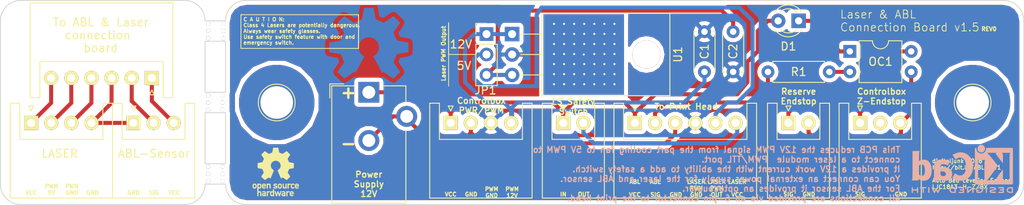
<source format=kicad_pcb>
(kicad_pcb (version 4) (host pcbnew 4.0.6)
  (title_block (title "ABL & Laser Connection Board") (date 2018-01-29) (rev 0) (company digitaljunk))
  (layers (0 F.Cu signal hide) (31 B.Cu signal) (34 B.Paste user) (35 F.Paste user) (36 B.SilkS user hide) (37 F.SilkS user) (38 B.Mask user) (39 F.Mask user) (44 Edge.Cuts user))
  (net 0 "")
  (net 1 "Net-(D1-Pad1)")
  (net 2 "Net-(D1-Pad2)")
  (net 3 "Net-(EndStopIN1-Pad1)")
  (net 4 "Net-(EndStopIN1-Pad2)")
  (net 5 "Net-(EndStopOut1-Pad2)")
  (net 6 "Net-(EXT_PWR_IN1-Pad2)")
  (net 7 "Net-(HEAD0-Pad2)")
  (net 8 "Net-(HEAD0-Pad6)")
  (net 9 "Net-(C1-Pad1)")
  (net 10 GND)
  (net 11 "Net-(C2-Pad2)")
  (net 12 "Net-(OC1-Pad2)")
  (net 13 "Net-(J1-Pad1)")
  (net 14 "Net-(J1-Pad2)")
  (net 15 "Net-(J1-Pad3)")
  (net 16 "Net-(J1-Pad4)")
  (net 17 "Net-(J2-Pad1)")
  (net 18 "Net-(J2-Pad2)")
  (net 19 "Net-(HEAD0-Pad5)")
  (module own:1pin (layer F.Cu) (at 107.569 110.49)
    (fp_text reference REF** hide)
    (fp_text value 1pin)
    (pad 1 thru_hole circle (at 0 0) (size 0.508 0.508) (drill 0.508) (layers *.Cu *.Mask))
  )
  (module own:1pin (layer F.Cu) (at 107.569 111.379)
    (fp_text reference REF** hide)
    (fp_text value 1pin)
    (pad 1 thru_hole circle (at 0 0) (size 0.508 0.508) (drill 0.508) (layers *.Cu *.Mask))
  )
  (module own:1pin (layer F.Cu) (at 107.569 109.601)
    (fp_text reference REF** hide)
    (fp_text value 1pin)
    (pad 1 thru_hole circle (at 0 0) (size 0.508 0.508) (drill 0.508) (layers *.Cu *.Mask))
  )
  (module own:1pin (layer F.Cu) (at 105.791 110.49)
    (fp_text reference REF** hide)
    (fp_text value 1pin)
    (pad 1 thru_hole circle (at 0 0) (size 0.508 0.508) (drill 0.508) (layers *.Cu *.Mask))
  )
  (module own:1pin (layer F.Cu) (at 105.791 111.379)
    (fp_text reference REF** hide)
    (fp_text value 1pin)
    (pad 1 thru_hole circle (at 0 0) (size 0.508 0.508) (drill 0.508) (layers *.Cu *.Mask))
  )
  (module own:1pin (layer F.Cu) (at 105.791 109.601)
    (fp_text reference REF** hide)
    (fp_text value 1pin)
    (pad 1 thru_hole circle (at 0 0) (size 0.508 0.508) (drill 0.508) (layers *.Cu *.Mask))
  )
  (module own:1pin (layer F.Cu) (at 105.791 119.38)
    (fp_text reference REF** hide)
    (fp_text value 1pin)
    (pad 1 thru_hole circle (at 0 0) (size 0.508 0.508) (drill 0.508) (layers *.Cu *.Mask))
  )
  (module own:1pin (layer F.Cu) (at 107.569 119.38)
    (fp_text reference REF** hide)
    (fp_text value 1pin)
    (pad 1 thru_hole circle (at 0 0) (size 0.508 0.508) (drill 0.508) (layers *.Cu *.Mask))
  )
  (module own:1pin (layer F.Cu) (at 107.569 120.269)
    (fp_text reference REF** hide)
    (fp_text value 1pin)
    (pad 1 thru_hole circle (at 0 0) (size 0.508 0.508) (drill 0.508) (layers *.Cu *.Mask))
  )
  (module own:1pin (layer F.Cu) (at 105.791 120.269)
    (fp_text reference REF** hide)
    (fp_text value 1pin)
    (pad 1 thru_hole circle (at 0 0) (size 0.508 0.508) (drill 0.508) (layers *.Cu *.Mask))
  )
  (module own:1pin (layer F.Cu) (at 107.569 118.491)
    (fp_text reference REF** hide)
    (fp_text value 1pin)
    (pad 1 thru_hole circle (at 0 0) (size 0.508 0.508) (drill 0.508) (layers *.Cu *.Mask))
  )
  (module own:1pin (layer F.Cu) (at 107.696 102.489)
    (fp_text reference REF** hide)
    (fp_text value 1pin)
    (pad 1 thru_hole circle (at 0 0) (size 0.508 0.508) (drill 0.508) (layers *.Cu *.Mask))
  )
  (module own:1pin (layer F.Cu) (at 107.696 101.6)
    (fp_text reference REF** hide)
    (fp_text value 1pin)
    (pad 1 thru_hole circle (at 0 0) (size 0.508 0.508) (drill 0.508) (layers *.Cu *.Mask))
  )
  (module own:1pin (layer F.Cu) (at 107.696 100.711)
    (fp_text reference REF** hide)
    (fp_text value 1pin)
    (pad 1 thru_hole circle (at 0 0) (size 0.508 0.508) (drill 0.508) (layers *.Cu *.Mask))
  )
  (module own:1pin (layer F.Cu) (at 105.791 101.6)
    (fp_text reference REF** hide)
    (fp_text value 1pin)
    (pad 1 thru_hole circle (at 0 0) (size 0.508 0.508) (drill 0.508) (layers *.Cu *.Mask))
  )
  (module own:1pin (layer F.Cu) (at 105.791 102.489)
    (fp_text reference REF** hide)
    (fp_text value 1pin)
    (pad 1 thru_hole circle (at 0 0) (size 0.508 0.508) (drill 0.508) (layers *.Cu *.Mask))
  )
  (module LEDs:LED_D3.0mm (layer F.Cu) (at 179.07 100.33 180)
    (fp_text reference D1 (at 1.27 -3.175 180) (layer F.SilkS))
    (fp_text value LED)
    (pad 1 thru_hole rect (at 0 0 180) (size 1.8 1.8) (drill 0.9) (layers *.Cu *.Mask) (net 1 "Net-(D1-Pad1)"))
    (pad 2 thru_hole circle (at 2.54 0 180) (size 1.8 1.8) (drill 0.9) (layers *.Cu *.Mask) (net 2 "Net-(D1-Pad2)"))
  )
  (module Connectors_JST:JST_XH_S02B-XH-A_02x2.50mm_Angled (layer F.Cu) (at 177.8 113.03)
    (fp_text reference EndStopIN1 hide)
    (fp_text value JST_XH_2)
    (pad 1 thru_hole rect (at 0 0) (size 1.75 1.75) (drill 1) (layers *.Cu *.Mask F.SilkS) (net 3 "Net-(EndStopIN1-Pad1)"))
    (pad 2 thru_hole circle (at 2.5 0) (size 1.75 1.75) (drill 1) (layers *.Cu *.Mask F.SilkS) (net 4 "Net-(EndStopIN1-Pad2)"))
  )
  (module Connectors_JST:JST_XH_S03B-XH-A_03x2.50mm_Angled (layer F.Cu) (at 186.69 113.03)
    (fp_text reference EndStopOut1 hide)
    (fp_text value JST_XH_3)
    (pad 1 thru_hole rect (at 0 0) (size 1.75 1.75) (drill 1) (layers *.Cu *.Mask F.SilkS) (net 3 "Net-(EndStopIN1-Pad1)"))
    (pad 2 thru_hole circle (at 2.5 0) (size 1.75 1.75) (drill 1) (layers *.Cu *.Mask F.SilkS) (net 5 "Net-(EndStopOut1-Pad2)"))
    (pad 3 thru_hole circle (at 5 0) (size 1.75 1.75) (drill 1) (layers *.Cu *.Mask F.SilkS) (net 4 "Net-(EndStopIN1-Pad2)"))
  )
  (module Housings_DIP:DIP-4_W7.62mm (layer F.Cu) (at 185.42 104.14)
    (fp_text reference OC1 (at 3.81 1.27) (layer F.SilkS))
    (fp_text value PC817)
    (pad 1 thru_hole rect (at 0 0) (size 1.6 1.6) (drill 0.8) (layers *.Cu *.Mask) (net 1 "Net-(D1-Pad1)"))
    (pad 3 thru_hole oval (at 7.62 2.54) (size 1.6 1.6) (drill 0.8) (layers *.Cu *.Mask) (net 4 "Net-(EndStopIN1-Pad2)"))
    (pad 2 thru_hole oval (at 0 2.54) (size 1.6 1.6) (drill 0.8) (layers *.Cu *.Mask) (net 12 "Net-(OC1-Pad2)"))
    (pad 4 thru_hole oval (at 7.62 0) (size 1.6 1.6) (drill 0.8) (layers *.Cu *.Mask) (net 3 "Net-(EndStopIN1-Pad1)"))
  )
  (module Resistors_THT:R_Axial_DIN0207_L6.3mm_D2.5mm_P7.62mm_Horizontal (layer F.Cu) (at 182.88 106.68 180)
    (fp_text reference R1 (at 3.81 0 180) (layer F.SilkS))
    (fp_text value 680Ω)
    (pad 1 thru_hole circle (at 0 0 180) (size 1.6 1.6) (drill 0.8) (layers *.Cu *.Mask) (net 12 "Net-(OC1-Pad2)"))
    (pad 2 thru_hole oval (at 7.62 0 180) (size 1.6 1.6) (drill 0.8) (layers *.Cu *.Mask) (net 7 "Net-(HEAD0-Pad2)"))
  )
  (module Connectors_JST:JST_XH_S04B-XH-A_04x2.50mm_Angled (layer F.Cu) (at 135.89 113.03)
    (fp_text reference PWM/PWR_IN1 hide)
    (fp_text value JST_XH_4)
    (pad 1 thru_hole rect (at 0 0) (size 1.75 1.75) (drill 1) (layers *.Cu *.Mask F.SilkS) (net 2 "Net-(D1-Pad2)"))
    (pad 2 thru_hole circle (at 2.5 0) (size 1.75 1.75) (drill 1) (layers *.Cu *.Mask F.SilkS) (net 6 "Net-(EXT_PWR_IN1-Pad2)"))
    (pad 3 thru_hole circle (at 5 0) (size 1.75 1.75) (drill 1) (layers *.Cu *.Mask F.SilkS) (net 10 GND))
    (pad 4 thru_hole circle (at 7.5 0) (size 1.75 1.75) (drill 1) (layers *.Cu *.Mask F.SilkS) (net 9 "Net-(C1-Pad1)"))
  )
  (module Symbols:OSHW-Logo_5.7x6mm_SilkScreen (layer F.Cu) (at 114.173 119.126)
    (fp_text reference REF*** hide)
    (fp_text value OSHW-Logo_5.7x6mm_SilkScreen hide)
  )
  (module Symbols:KiCad-Logo2_6mm_SilkScreen (layer B.Cu) (at 199.39 118.745 180)
    (fp_text reference REF*** hide)
    (fp_text value KiCad-Logo2_6mm_SilkScreen hide)
  )
  (module Connectors:1pin (layer F.Cu) (at 200.66 110.49)
    (fp_text reference REF** hide)
    (fp_text value 1pin)
    (pad 1 thru_hole circle (at 0 0) (size 9.348 9.348) (drill 4.048) (layers *.Cu *.Mask))
  )
  (module Connectors:1pin (layer F.Cu) (at 114.3 110.49)
    (fp_text reference REF** hide)
    (fp_text value 1pin)
    (pad 1 thru_hole circle (at 0 0) (size 9.364 9.364) (drill 4.048) (layers *.Cu *.Mask))
  )
  (module Connectors:Barrel_Jack_CUI_PJ-102AH (layer F.Cu) (at 125.73 109.22)
    (fp_text reference EXT_PWR_IN1 hide)
    (fp_text value BARREL_JACK)
    (pad 1 thru_hole rect (at 0 0) (size 2.6 2.6) (drill 1.6) (layers *.Cu *.Mask) (net 2 "Net-(D1-Pad2)"))
    (pad 2 thru_hole circle (at 0 6) (size 2.6 2.6) (drill 1.6) (layers *.Cu *.Mask) (net 6 "Net-(EXT_PWR_IN1-Pad2)"))
    (pad 3 thru_hole circle (at 4.7 3) (size 2.6 2.6) (drill 1.6) (layers *.Cu *.Mask) (net 6 "Net-(EXT_PWR_IN1-Pad2)"))
  )
  (module Connectors_JST:JST_XH_S06B-XH-A_06x2.50mm_Angled (layer F.Cu) (at 158.75 113.03)
    (fp_text reference HEAD0 hide)
    (fp_text value JST_XH_6)
    (pad 1 thru_hole rect (at 0 0) (size 1.75 1.75) (drill 1) (layers *.Cu *.Mask F.SilkS) (net 2 "Net-(D1-Pad2)"))
    (pad 2 thru_hole circle (at 2.5 0) (size 1.75 1.75) (drill 1) (layers *.Cu *.Mask F.SilkS) (net 7 "Net-(HEAD0-Pad2)"))
    (pad 3 thru_hole circle (at 5 0) (size 1.75 1.75) (drill 1) (layers *.Cu *.Mask F.SilkS) (net 6 "Net-(EXT_PWR_IN1-Pad2)"))
    (pad 4 thru_hole circle (at 7.5 0) (size 1.75 1.75) (drill 1) (layers *.Cu *.Mask F.SilkS) (net 10 GND))
    (pad 5 thru_hole circle (at 10 0) (size 1.75 1.75) (drill 1) (layers *.Cu *.Mask F.SilkS) (net 19 "Net-(HEAD0-Pad5)"))
    (pad 6 thru_hole circle (at 12.5 0) (size 1.75 1.75) (drill 1) (layers *.Cu *.Mask F.SilkS) (net 8 "Net-(HEAD0-Pad6)"))
  )
  (module Connectors_JST:JST_XH_S02B-XH-A_02x2.50mm_Angled (layer F.Cu) (at 149.86 113.03)
    (fp_text reference SAFETY_SW1 hide)
    (fp_text value JST_XH_2)
    (pad 1 thru_hole rect (at 0 0) (size 1.75 1.75) (drill 1) (layers *.Cu *.Mask F.SilkS) (net 2 "Net-(D1-Pad2)"))
    (pad 2 thru_hole circle (at 2.5 0) (size 1.75 1.75) (drill 1) (layers *.Cu *.Mask F.SilkS) (net 8 "Net-(HEAD0-Pad6)"))
  )
  (module Capacitors_THT:C_Disc_D5.0mm_W2.5mm_P5.00mm (layer F.Cu) (at 170.942 106.68 90)
    (fp_text reference C2 (at 2.54 0 90) (layer F.SilkS))
    (fp_text value 0.1µF)
    (pad 1 thru_hole circle (at 0 0 90) (size 1.6 1.6) (drill 0.8) (layers *.Cu *.Mask) (net 10 GND))
    (pad 2 thru_hole circle (at 5 0 90) (size 1.6 1.6) (drill 0.8) (layers *.Cu *.Mask) (net 11 "Net-(C2-Pad2)"))
  )
  (module Capacitors_THT:C_Disc_D5.0mm_W2.5mm_P5.00mm (layer F.Cu) (at 167.386 106.68 90)
    (fp_text reference C1 (at 2.54 0 90) (layer F.SilkS))
    (fp_text value 0.33µF)
    (pad 1 thru_hole circle (at 0 0 90) (size 1.6 1.6) (drill 0.8) (layers *.Cu *.Mask) (net 9 "Net-(C1-Pad1)"))
    (pad 2 thru_hole circle (at 5 0 90) (size 1.6 1.6) (drill 0.8) (layers *.Cu *.Mask) (net 10 GND))
  )
  (module oshw-logo-kicad-copper-10mm:OSHW_COPPER_10MM (layer B.Cu) (at 125.73 103.632 180)
    (fp_text reference OSHW_COPPER_10MM hide)
    (fp_text value VAL** hide)
    (pad "" smd trapezoid (at 0 4.1656) (size 1.45796 1.4986) (rect_delta 0 0.2794) (layers B.Cu B.Paste B.Mask))
    (pad "" smd trapezoid (at 2.94386 2.94386 45) (size 1.45796 1.4986) (rect_delta 0 0.2794) (layers B.Cu B.Paste B.Mask))
    (pad "" smd trapezoid (at 4.1656 0 90) (size 1.45796 1.4986) (rect_delta 0 0.2794) (layers B.Cu B.Paste B.Mask))
    (pad "" smd trapezoid (at 2.94386 -2.94386 135) (size 1.45796 1.4986) (rect_delta 0 0.2794) (layers B.Cu B.Paste B.Mask))
    (pad "" smd trapezoid (at -2.94386 2.94386 315) (size 1.45796 1.4986) (rect_delta 0 0.2794) (layers B.Cu B.Paste B.Mask))
    (pad "" smd trapezoid (at -4.1656 0 270) (size 1.45796 1.4986) (rect_delta 0 0.2794) (layers B.Cu B.Paste B.Mask))
    (pad "" smd trapezoid (at -2.94386 -2.94386 225) (size 1.45796 1.4986) (rect_delta 0 0.2794) (layers B.Cu B.Paste B.Mask))
    (pad "" smd trapezoid (at 0 2.39522) (size 1.08204 2.29108) (rect_delta 0 -0.41402) (layers B.Cu B.Paste B.Mask))
    (pad "" smd trapezoid (at -0.9144 2.21234 337.5) (size 1.08204 2.29108) (rect_delta 0 -0.41402) (layers B.Cu B.Paste B.Mask))
    (pad "" smd trapezoid (at 0.9144 2.21234 22.5) (size 1.08204 2.29108) (rect_delta 0 -0.41402) (layers B.Cu B.Paste B.Mask))
    (pad "" smd trapezoid (at 1.69164 1.69164 45) (size 1.08204 2.29108) (rect_delta 0 -0.41402) (layers B.Cu B.Paste B.Mask))
    (pad "" smd trapezoid (at -1.69164 1.69164 315) (size 1.08204 2.29108) (rect_delta 0 -0.41402) (layers B.Cu B.Paste B.Mask))
    (pad "" smd trapezoid (at 2.21234 0.9144 67.5) (size 1.08204 2.29108) (rect_delta 0 -0.41402) (layers B.Cu B.Paste B.Mask))
    (pad "" smd trapezoid (at -2.21234 0.9144 292.5) (size 1.08204 2.29108) (rect_delta 0 -0.41402) (layers B.Cu B.Paste B.Mask))
    (pad "" smd trapezoid (at 2.39522 0 90) (size 1.08204 2.29108) (rect_delta 0 -0.41402) (layers B.Cu B.Paste B.Mask))
    (pad "" smd trapezoid (at -2.39522 0 270) (size 1.08204 2.29108) (rect_delta 0 -0.41402) (layers B.Cu B.Paste B.Mask))
    (pad "" smd trapezoid (at -2.21234 -0.9144 247.5) (size 1.08204 2.29108) (rect_delta 0 -0.41402) (layers B.Cu B.Paste B.Mask))
    (pad "" smd trapezoid (at 2.21234 -0.9144 112.5) (size 1.08204 2.29108) (rect_delta 0 -0.41402) (layers B.Cu B.Paste B.Mask))
    (pad "" smd trapezoid (at 1.69164 -1.69164 135) (size 1.08204 2.29108) (rect_delta 0 -0.41402) (layers B.Cu B.Paste B.Mask))
    (pad "" smd trapezoid (at -1.69164 -1.69164 225) (size 1.08204 2.29108) (rect_delta 0 -0.41402) (layers B.Cu B.Paste B.Mask))
    (pad "" smd trapezoid (at -1.32842 -1.99136 213.7) (size 0.54102 2.29108) (rect_delta 0 -0.20828) (layers B.Cu B.Paste B.Mask))
    (pad "" smd trapezoid (at 1.32842 -1.99136 146.3) (size 0.54102 2.29108) (rect_delta 0 -0.20828) (layers B.Cu B.Paste B.Mask))
  )
  (module TO-220-3_Horizontal:TO-220-3_Horizontal_thermal (layer F.Cu) (at 143.51 101.981 270)
    (fp_text reference U1 (at 2.54 -20.58 270) (layer F.SilkS))
    (fp_text value LM7805CT)
    (pad 0 thru_hole oval (at 2.54 -16.66 270) (size 3.5 3.5) (drill 3.5) (layers *.Cu *.Mask))
    (pad 1 thru_hole rect (at 0 0 270) (size 1.8 1.8) (drill 1) (layers *.Cu *.Mask) (net 9 "Net-(C1-Pad1)"))
    (pad 2 thru_hole oval (at 2.54 0 270) (size 1.8 1.8) (drill 1) (layers *.Cu *.Mask) (net 10 GND))
    (pad 3 thru_hole oval (at 5.08 0 270) (size 1.8 1.8) (drill 1) (layers *.Cu *.Mask) (net 11 "Net-(C2-Pad2)"))
    (pad "" np_thru_hole rect (at 2.54 -8.89 270) (size 10 10) (drill 0.25) (layers *.Cu F.Mask))
    (pad A thru_hole circle (at -1.27 -12.7 270) (size 1 1) (drill 0.25) (layers *.Cu B.Mask))
    (pad 21 thru_hole circle (at -0.02 -12.7 270) (size 1 1) (drill 0.25) (layers *.Cu B.Mask))
    (pad 31 thru_hole circle (at 1.23 -12.7 270) (size 1 1) (drill 0.25) (layers *.Cu B.Mask))
    (pad 41 thru_hole circle (at 2.48 -12.7 270) (size 1 1) (drill 0.25) (layers *.Cu B.Mask))
    (pad 51 thru_hole circle (at 3.73 -12.7 270) (size 1 1) (drill 0.25) (layers *.Cu B.Mask))
    (pad 61 thru_hole circle (at 4.98 -12.7 270) (size 1 1) (drill 0.25) (layers *.Cu B.Mask))
    (pad 71 thru_hole circle (at 6.23 -12.7 270) (size 1 1) (drill 0.25) (layers *.Cu B.Mask))
    (pad 12 thru_hole circle (at -1.27 -11.45 270) (size 1 1) (drill 0.25) (layers *.Cu B.Mask))
    (pad 22 thru_hole circle (at -0.02 -11.45 270) (size 1 1) (drill 0.25) (layers *.Cu B.Mask))
    (pad 32 thru_hole circle (at 1.23 -11.45 270) (size 1 1) (drill 0.25) (layers *.Cu B.Mask))
    (pad 42 thru_hole circle (at 2.48 -11.45 270) (size 1 1) (drill 0.25) (layers *.Cu B.Mask))
    (pad 52 thru_hole circle (at 3.73 -11.45 270) (size 1 1) (drill 0.25) (layers *.Cu B.Mask))
    (pad 62 thru_hole circle (at 4.98 -11.45 270) (size 1 1) (drill 0.25) (layers *.Cu B.Mask))
    (pad 72 thru_hole circle (at 6.23 -11.45 270) (size 1 1) (drill 0.25) (layers *.Cu B.Mask))
    (pad 13 thru_hole circle (at -1.27 -10.2 270) (size 1 1) (drill 0.25) (layers *.Cu B.Mask))
    (pad 23 thru_hole circle (at -0.02 -10.2 270) (size 1 1) (drill 0.25) (layers *.Cu B.Mask))
    (pad 33 thru_hole circle (at 1.23 -10.2 270) (size 1 1) (drill 0.25) (layers *.Cu B.Mask))
    (pad 43 thru_hole circle (at 2.48 -10.2 270) (size 1 1) (drill 0.25) (layers *.Cu B.Mask))
    (pad 53 thru_hole circle (at 3.73 -10.2 270) (size 1 1) (drill 0.25) (layers *.Cu B.Mask))
    (pad 63 thru_hole circle (at 4.98 -10.2 270) (size 1 1) (drill 0.25) (layers *.Cu B.Mask))
    (pad 73 thru_hole circle (at 6.23 -10.2 270) (size 1 1) (drill 0.25) (layers *.Cu B.Mask))
    (pad 14 thru_hole circle (at -1.27 -8.95 270) (size 1 1) (drill 0.25) (layers *.Cu B.Mask))
    (pad 24 thru_hole circle (at -0.02 -8.95 270) (size 1 1) (drill 0.25) (layers *.Cu B.Mask))
    (pad 34 thru_hole circle (at 1.23 -8.95 270) (size 1 1) (drill 0.25) (layers *.Cu B.Mask))
    (pad 54 thru_hole circle (at 3.73 -8.95 270) (size 1 1) (drill 0.25) (layers *.Cu B.Mask))
    (pad 64 thru_hole circle (at 4.98 -8.95 270) (size 1 1) (drill 0.25) (layers *.Cu B.Mask))
    (pad 74 thru_hole circle (at 6.23 -8.95 270) (size 1 1) (drill 0.25) (layers *.Cu B.Mask))
    (pad 15 thru_hole circle (at -1.27 -7.7 270) (size 1 1) (drill 0.25) (layers *.Cu B.Mask))
    (pad 25 thru_hole circle (at -0.02 -7.7 270) (size 1 1) (drill 0.25) (layers *.Cu B.Mask))
    (pad 35 thru_hole circle (at 1.23 -7.7 270) (size 1 1) (drill 0.25) (layers *.Cu B.Mask))
    (pad 45 thru_hole circle (at 2.48 -7.7 270) (size 1 1) (drill 0.25) (layers *.Cu B.Mask))
    (pad 55 thru_hole circle (at 3.73 -7.7 270) (size 1 1) (drill 0.25) (layers *.Cu B.Mask))
    (pad 65 thru_hole circle (at 4.98 -7.7 270) (size 1 1) (drill 0.25) (layers *.Cu B.Mask))
    (pad 75 thru_hole circle (at 6.23 -7.7 270) (size 1 1) (drill 0.25) (layers *.Cu B.Mask))
    (pad 16 thru_hole circle (at -1.27 -6.45 270) (size 1 1) (drill 0.25) (layers *.Cu B.Mask))
    (pad 26 thru_hole circle (at -0.02 -6.45 270) (size 1 1) (drill 0.25) (layers *.Cu B.Mask))
    (pad 36 thru_hole circle (at 1.23 -6.45 270) (size 1 1) (drill 0.25) (layers *.Cu B.Mask))
    (pad 46 thru_hole circle (at 2.48 -6.45 270) (size 1 1) (drill 0.25) (layers *.Cu B.Mask))
    (pad 56 thru_hole circle (at 3.73 -6.45 270) (size 1 1) (drill 0.25) (layers *.Cu B.Mask))
    (pad 66 thru_hole circle (at 4.98 -6.45 270) (size 1 1) (drill 0.25) (layers *.Cu B.Mask))
    (pad 76 thru_hole circle (at 6.23 -6.45 270) (size 1 1) (drill 0.25) (layers *.Cu B.Mask))
    (pad 17 thru_hole circle (at -1.27 -5.2 270) (size 1 1) (drill 0.25) (layers *.Cu B.Mask))
    (pad 27 thru_hole circle (at -0.02 -5.2 270) (size 1 1) (drill 0.25) (layers *.Cu B.Mask))
    (pad 37 thru_hole circle (at 1.23 -5.2 270) (size 1 1) (drill 0.25) (layers *.Cu B.Mask))
    (pad 47 thru_hole circle (at 2.48 -5.2 270) (size 1 1) (drill 0.25) (layers *.Cu B.Mask))
    (pad 57 thru_hole circle (at 3.73 -5.2 270) (size 1 1) (drill 0.25) (layers *.Cu B.Mask))
    (pad 67 thru_hole circle (at 4.98 -5.2 270) (size 1 1) (drill 0.25) (layers *.Cu B.Mask))
    (pad 77 thru_hole circle (at 6.23 -5.2 270) (size 1 1) (drill 0.25) (layers *.Cu B.Mask))
  )
  (module Connectors_JST:JST_XH_S04B-XH-A_04x2.50mm_Angled (layer F.Cu) (at 83.82 113.03)
    (fp_text reference J1 hide)
    (fp_text value CONN_01X04)
    (pad 1 thru_hole rect (at 0 0) (size 1.75 1.75) (drill 1) (layers *.Cu *.Mask F.SilkS) (net 13 "Net-(J1-Pad1)"))
    (pad 2 thru_hole circle (at 2.5 0) (size 1.75 1.75) (drill 1) (layers *.Cu *.Mask F.SilkS) (net 14 "Net-(J1-Pad2)"))
    (pad 3 thru_hole circle (at 5 0) (size 1.75 1.75) (drill 1) (layers *.Cu *.Mask F.SilkS) (net 15 "Net-(J1-Pad3)"))
    (pad 4 thru_hole circle (at 7.5 0) (size 1.75 1.75) (drill 1) (layers *.Cu *.Mask F.SilkS) (net 16 "Net-(J1-Pad4)"))
  )
  (module Connectors_JST:JST_XH_S06B-XH-A_06x2.50mm_Angled (layer F.Cu) (at 98.806 107.442 180)
    (fp_text reference J2 hide)
    (fp_text value CONN_01X06)
    (pad 1 thru_hole rect (at 0 0 180) (size 1.75 1.75) (drill 1) (layers *.Cu *.Mask F.SilkS) (net 17 "Net-(J2-Pad1)"))
    (pad 2 thru_hole circle (at 2.5 0 180) (size 1.75 1.75) (drill 1) (layers *.Cu *.Mask F.SilkS) (net 18 "Net-(J2-Pad2)"))
    (pad 3 thru_hole circle (at 5 0 180) (size 1.75 1.75) (drill 1) (layers *.Cu *.Mask F.SilkS) (net 16 "Net-(J1-Pad4)"))
    (pad 4 thru_hole circle (at 7.5 0 180) (size 1.75 1.75) (drill 1) (layers *.Cu *.Mask F.SilkS) (net 15 "Net-(J1-Pad3)"))
    (pad 5 thru_hole circle (at 10 0 180) (size 1.75 1.75) (drill 1) (layers *.Cu *.Mask F.SilkS) (net 14 "Net-(J1-Pad2)"))
    (pad 6 thru_hole circle (at 12.5 0 180) (size 1.75 1.75) (drill 1) (layers *.Cu *.Mask F.SilkS) (net 13 "Net-(J1-Pad1)"))
  )
  (module Connectors_JST:JST_XH_S03B-XH-A_03x2.50mm_Angled (layer F.Cu) (at 96.52 113.03)
    (fp_text reference J3 hide)
    (fp_text value CONN_01X03)
    (pad 1 thru_hole rect (at 0 0) (size 1.75 1.75) (drill 1) (layers *.Cu *.Mask F.SilkS) (net 16 "Net-(J1-Pad4)"))
    (pad 2 thru_hole circle (at 2.5 0) (size 1.75 1.75) (drill 1) (layers *.Cu *.Mask F.SilkS) (net 18 "Net-(J2-Pad2)"))
    (pad 3 thru_hole circle (at 5 0) (size 1.75 1.75) (drill 1) (layers *.Cu *.Mask F.SilkS) (net 17 "Net-(J2-Pad1)"))
  )
  (module own:1pin (layer F.Cu) (at 105.791 100.711)
    (fp_text reference REF** hide)
    (fp_text value 1pin)
    (pad 1 thru_hole circle (at 0 0) (size 0.508 0.508) (drill 0.508) (layers *.Cu *.Mask))
  )
  (module own:1pin (layer F.Cu) (at 105.791 118.491)
    (fp_text reference REF** hide)
    (fp_text value 1pin)
    (pad 1 thru_hole circle (at 0 0) (size 0.508 0.508) (drill 0.508) (layers *.Cu *.Mask))
  )
  (module Pin_Headers:Pin_Header_Straight_1x03_Pitch2.54mm (layer F.Cu) (at 140.335 101.981)
    (fp_text reference JP1 (at -0.127 6.985) (layer F.SilkS))
    (fp_text value Jumper_NC_Dual)
    (pad 1 thru_hole rect (at 0 0) (size 1.7 1.7) (drill 1) (layers *.Cu *.Mask) (net 9 "Net-(C1-Pad1)"))
    (pad 2 thru_hole oval (at 0 2.54) (size 1.7 1.7) (drill 1) (layers *.Cu *.Mask) (net 19 "Net-(HEAD0-Pad5)"))
    (pad 3 thru_hole oval (at 0 5.08) (size 1.7 1.7) (drill 1) (layers *.Cu *.Mask) (net 11 "Net-(C2-Pad2)"))
  )
  (gr_line (start 135.636 100.584) (end 135.636 108.458) (angle 90) (layer F.SilkS) (width 0.1))
  (gr_line (start 135.636 104.521) (end 135.636 100.584) (angle 90) (layer F.SilkS) (width 0.1))
  (gr_line (start 138.938 104.521) (end 135.636 104.521) (angle 90) (layer F.SilkS) (width 0.1))
  (gr_text "Laser PWM Output" (at 135.001 104.394 90) (layer F.SilkS) (effects (font (size 0.5 0.5) (thickness 0.125))))
  (gr_line (start 109.855 99.568) (end 109.982 99.568) (angle 90) (layer F.SilkS) (width 0.1))
  (gr_line (start 109.855 103.759) (end 109.855 99.568) (angle 90) (layer F.SilkS) (width 0.1))
  (gr_line (start 124.46 103.759) (end 109.855 103.759) (angle 90) (layer F.SilkS) (width 0.1))
  (gr_line (start 124.46 99.568) (end 124.46 103.759) (angle 90) (layer F.SilkS) (width 0.1))
  (gr_line (start 109.855 99.568) (end 124.46 99.568) (angle 90) (layer F.SilkS) (width 0.1))
  (gr_line (start 124.46 99.568) (end 124.46 103.759) (angle 90) (layer F.SilkS) (width 0.1))
  (gr_text 5V (at 137.541 105.918) (layer F.SilkS) (effects (font (size 1 1))))
  (gr_text 12V (at 137.16 103.251) (layer F.SilkS) (effects (font (size 1 1))))
  (gr_line (start 105.41 111.76) (end 105.41 118.11) (angle 90) (layer Edge.Cuts) (width 0.1))
  (gr_line (start 107.95 111.76) (end 107.95 118.11) (angle 90) (layer Edge.Cuts) (width 0.1))
  (gr_line (start 107.95 102.87) (end 107.95 109.22) (angle 90) (layer Edge.Cuts) (width 0.1))
  (gr_line (start 105.41 102.87) (end 105.41 109.22) (angle 90) (layer Edge.Cuts) (width 0.1))
  (gr_line (start 105.41 111.76) (end 107.95 111.76) (angle 90) (layer Edge.Cuts) (width 0.1))
  (gr_line (start 107.95 109.22) (end 105.41 109.22) (angle 90) (layer Edge.Cuts) (width 0.1))
  (gr_text LASER (at 87.376 116.84) (layer F.SilkS) (effects (font (size 1 1))))
  (gr_text ABL-Sensor (at 99.06 116.84) (layer F.SilkS) (effects (font (size 1 1))))
  (gr_text "To ABL & Laser\nconnection \nboard" (at 92.456 102.108) (layer F.SilkS) (effects (font (size 1 1))))
  (gr_text "\n\nGND" (at 91.44 120.904) (layer F.SilkS) (effects (font (size 0.5 0.5) (thickness 0.125))))
  (gr_text "\nPWM\n5V" (at 86.36 120.904) (layer F.SilkS) (effects (font (size 0.5 0.5) (thickness 0.125))))
  (gr_text "LASER\nPWM\nGND" (at 166.37 121.158) (layer F.SilkS) (effects (font (size 0.5 0.5) (thickness 0.125))))
  (gr_text "\n\nVCC" (at 101.6 120.904) (layer F.SilkS) (effects (font (size 0.5 0.5) (thickness 0.125))))
  (gr_text "\n\nSIG" (at 99.06 120.904) (layer F.SilkS) (effects (font (size 0.5 0.5) (thickness 0.125))))
  (gr_text "\n\nGND" (at 96.52 120.904) (layer F.SilkS) (effects (font (size 0.5 0.5) (thickness 0.125))))
  (gr_text "\n\nVCC" (at 83.82 120.904) (layer F.SilkS) (effects (font (size 0.5 0.5) (thickness 0.125))))
  (gr_line (start 107.95 118.11) (end 105.41 118.11) (angle 90) (layer Edge.Cuts) (width 0.1))
  (gr_line (start 105.41 102.87) (end 107.95 102.87) (angle 90) (layer Edge.Cuts) (width 0.1))
  (gr_line (start 105.41 120.65) (end 107.95 120.65) (angle 90) (layer Edge.Cuts) (width 0.1))
  (gr_line (start 105.41 100.33) (end 107.95 100.33) (angle 90) (layer Edge.Cuts) (width 0.1))
  (gr_arc (start 102.87 120.65) (end 105.41 120.65) (angle 90) (layer Edge.Cuts) (width 0.1))
  (gr_line (start 102.87 97.79) (end 82.55 97.79) (angle 90) (layer Edge.Cuts) (width 0.1))
  (gr_arc (start 82.55 120.65) (end 82.55 123.19) (angle 90) (layer Edge.Cuts) (width 0.1))
  (gr_arc (start 82.55 100.33) (end 80.01 100.33) (angle 90) (layer Edge.Cuts) (width 0.1))
  (gr_arc (start 102.87 100.33) (end 102.87 97.79) (angle 90) (layer Edge.Cuts) (width 0.1))
  (gr_line (start 82.55 123.19) (end 102.87 123.19) (angle 90) (layer Edge.Cuts) (width 0.1))
  (gr_line (start 80.01 100.33) (end 80.01 120.65) (angle 90) (layer Edge.Cuts) (width 0.1))
  (gr_arc (start 204.47 100.33) (end 204.47 97.79) (angle 90) (layer Edge.Cuts) (width 0.1))
  (gr_arc (start 204.47 120.65) (end 207.01 120.65) (angle 90) (layer Edge.Cuts) (width 0.1))
  (gr_arc (start 110.49 120.65) (end 110.49 123.19) (angle 90) (layer Edge.Cuts) (width 0.1))
  (gr_arc (start 110.49 100.33) (end 107.95 100.33) (angle 90) (layer Edge.Cuts) (width 0.1))
  (gr_line (start 204.47 123.19) (end 110.49 123.19) (angle 90) (layer Edge.Cuts) (width 0.1))
  (gr_line (start 207.01 100.33) (end 207.01 120.65) (angle 90) (layer Edge.Cuts) (width 0.1))
  (gr_line (start 110.49 97.79) (end 204.47 97.79) (angle 90) (layer Edge.Cuts) (width 0.1))
  (gr_text REV0 (at 202.692 101.346) (layer F.SilkS) (effects (font (size 0.5 0.5) (thickness 0.125))))
  (gr_text "This PCB reduces the 12V PWM signal from the part cooling fan to 5V PWM to \nconnect to a laser module  PWM/TTL port.\nIt provides a 12V work current with the ability to add a safety switch. \nYou can connect an external power supply for the laser and ABL sensor. \nFor the ABL sensor it provides an optocoupler. \nAll connections are provided via an 6-pin connector to the print head." (at 191.77 119.38) (layer B.SilkS) (effects (font (size 0.75 0.75)) (justify left mirror)))
  (gr_text - (at 123.19 115.57) (layer F.SilkS) (effects (font (size 1.5 1.5) (thickness 0.3))))
  (gr_text + (at 123.19 109.22) (layer F.SilkS) (effects (font (size 1.5 1.5) (thickness 0.3))))
  (gr_text "Power\nSupply\n12V" (at 125.73 120.65) (layer F.SilkS) (effects (font (size 0.75 0.75))))
  (gr_text "LASER\n\nVCC" (at 171.45 121.158) (layer F.SilkS) (effects (font (size 0.5 0.5) (thickness 0.125))))
  (gr_text "C A U T I O N:\nClass 4 Lasers are potentially dangerous.\nAlways wear safety glasses.\nUse safety switch feature with door and \nemergency switch." (at 110.109 101.6) (layer F.SilkS) (effects (font (size 0.45 0.45) (thickness 0.1)) (justify left)))
  (gr_text "digitaljunk 2018\nhttp://bit.ly/ABLaser1\n\nAuto Bed Leveling Sensor:\nLJC18A3-H-Z/BX" (at 195.58 119.38) (layer F.SilkS) (effects (font (size 0.5 0.5) (thickness 0.1)) (justify left)))
  (gr_text GND (at 138.43 121.92) (layer F.SilkS) (effects (font (size 0.5 0.5) (thickness 0.125))))
  (gr_text VCC (at 135.89 121.92) (layer F.SilkS) (effects (font (size 0.5 0.5) (thickness 0.125))))
  (gr_text GND (at 180.34 121.92) (layer F.SilkS) (effects (font (size 0.5 0.5) (thickness 0.125))))
  (gr_text SIG (at 177.8 121.92) (layer F.SilkS) (effects (font (size 0.5 0.5) (thickness 0.125))))
  (gr_text SIG (at 186.69 121.92) (layer F.SilkS) (effects (font (size 0.5 0.5) (thickness 0.125))))
  (gr_text GND (at 191.77 121.92) (layer F.SilkS) (effects (font (size 0.5 0.5) (thickness 0.125))))
  (gr_text "Controlbox\nZ-Endstop" (at 189.357 109.728) (layer F.SilkS) (effects (font (size 0.75 0.75))))
  (gr_text "Reserve\nEndstop" (at 179.07 109.728) (layer F.SilkS) (effects (font (size 0.75 0.75))))
  (gr_text "To Print Head" (at 165.1 110.998) (layer F.SilkS) (effects (font (size 0.75 0.75))))
  (gr_text "LS Safety\nSwitch" (at 151.13 110.998) (layer F.SilkS) (effects (font (size 0.75 0.75))))
  (gr_text "Controlbox\nPWR/PWM" (at 139.7 110.871) (layer F.SilkS) (effects (font (size 0.75 0.75))))
  (gr_text "Laser & ABL \nConnection Board v1.5" (at 184.15 100.33) (layer F.SilkS) (effects (font (size 1 1) (thickness 0.1)) (justify left)))
  (gr_text OUT (at 152.4 121.92) (layer F.SilkS) (effects (font (size 0.5 0.5) (thickness 0.125))))
  (gr_text IN (at 149.86 121.92) (layer F.SilkS) (effects (font (size 0.5 0.5) (thickness 0.125))))
  (gr_text "\n\nGND" (at 163.83 121.158) (layer F.SilkS) (effects (font (size 0.5 0.5) (thickness 0.125))))
  (gr_text "ABL\n\nSIG" (at 161.29 121.158) (layer F.SilkS) (effects (font (size 0.5 0.5) (thickness 0.125))))
  (gr_text "ABL\n\nVCC" (at 158.75 121.158) (layer F.SilkS) (effects (font (size 0.5 0.5) (thickness 0.125))))
  (gr_text "PWM\nGND" (at 140.97 121.666) (layer F.SilkS) (effects (font (size 0.5 0.5) (thickness 0.125))))
  (gr_text "PWM\n12V" (at 143.51 121.666) (layer F.SilkS) (effects (font (size 0.5 0.5) (thickness 0.125))))
  (gr_text "\nPWM\nGND" (at 88.9 120.904) (layer F.SilkS) (effects (font (size 0.5 0.5) (thickness 0.125))))
  (gr_text "LASER\nPWM\nOUT" (at 168.91 121.158) (layer F.SilkS) (effects (font (size 0.5 0.5) (thickness 0.125))))
  (segment (start 179.07 100.33) (end 181.61 100.33) (width 0.5) (layer F.Cu) (net 1))
  (segment (start 184.15 104.14) (end 185.42 104.14) (width 0.5) (layer F.Cu) (net 1))
  (segment (start 182.88 102.87) (end 184.15 104.14) (width 0.5) (layer F.Cu) (net 1))
  (segment (start 182.88 101.6) (end 182.88 102.87) (width 0.5) (layer F.Cu) (net 1))
  (segment (start 181.61 100.33) (end 182.88 101.6) (width 0.5) (layer F.Cu) (net 1))
  (segment (start 158.75 113.03) (end 158.75 111.76) (width 0.5) (layer F.Cu) (net 2))
  (segment (start 158.75 111.76) (end 161.29 109.474) (width 0.5) (layer F.Cu) (net 2))
  (segment (start 175.26 100.33) (end 176.53 100.33) (width 0.5) (layer F.Cu) (net 2))
  (segment (start 173.99 101.6) (end 175.26 100.33) (width 0.5) (layer F.Cu) (net 2))
  (segment (start 173.99 104.14) (end 173.99 101.6) (width 0.5) (layer F.Cu) (net 2))
  (segment (start 172.72 105.41) (end 173.99 104.14) (width 0.5) (layer F.Cu) (net 2))
  (segment (start 172.72 107.95) (end 172.72 105.41) (width 0.5) (layer F.Cu) (net 2))
  (segment (start 171.45 109.474) (end 172.72 107.95) (width 0.5) (layer F.Cu) (net 2))
  (segment (start 161.29 109.474) (end 171.45 109.474) (width 0.5) (layer F.Cu) (net 2))
  (segment (start 149.86 113.03) (end 149.86 111.76) (width 0.5) (layer F.Cu) (net 2))
  (segment (start 149.86 111.76) (end 151.13 110.49) (width 0.5) (layer F.Cu) (net 2))
  (segment (start 157.48 110.49) (end 158.75 111.76) (width 0.5) (layer F.Cu) (net 2))
  (segment (start 151.13 110.49) (end 157.48 110.49) (width 0.5) (layer F.Cu) (net 2))
  (segment (start 135.89 111.76) (end 137.16 110.49) (width 0.5) (layer F.Cu) (net 2))
  (segment (start 148.59 110.49) (end 149.86 111.76) (width 0.5) (layer F.Cu) (net 2))
  (segment (start 137.16 110.49) (end 148.59 110.49) (width 0.5) (layer F.Cu) (net 2))
  (segment (start 135.89 113.03) (end 135.89 111.76) (width 0.5) (layer F.Cu) (net 2))
  (segment (start 133.35 109.22) (end 125.73 109.22) (width 0.5) (layer F.Cu) (net 2))
  (segment (start 135.89 111.76) (end 133.35 109.22) (width 0.5) (layer F.Cu) (net 2))
  (segment (start 193.04 104.14) (end 191.77 104.14) (width 0.5) (layer F.Cu) (net 3))
  (segment (start 187.96 110.49) (end 186.69 111.76) (width 0.5) (layer F.Cu) (net 3))
  (segment (start 189.23 110.49) (end 187.96 110.49) (width 0.5) (layer F.Cu) (net 3))
  (segment (start 190.5 109.22) (end 189.23 110.49) (width 0.5) (layer F.Cu) (net 3))
  (segment (start 190.5 105.41) (end 190.5 109.22) (width 0.5) (layer F.Cu) (net 3))
  (segment (start 191.77 104.14) (end 190.5 105.41) (width 0.5) (layer F.Cu) (net 3))
  (segment (start 177.8 113.03) (end 177.8 111.76) (width 0.5) (layer F.Cu) (net 3))
  (segment (start 186.69 111.76) (end 186.69 113.03) (width 0.5) (layer F.Cu) (net 3))
  (segment (start 185.42 110.49) (end 186.69 111.76) (width 0.5) (layer F.Cu) (net 3))
  (segment (start 179.07 110.49) (end 185.42 110.49) (width 0.5) (layer F.Cu) (net 3))
  (segment (start 177.8 111.76) (end 179.07 110.49) (width 0.5) (layer F.Cu) (net 3))
  (segment (start 191.69 113.03) (end 191.77 113.03) (width 0.5) (layer F.Cu) (net 4))
  (segment (start 191.77 113.03) (end 193.04 111.76) (width 0.5) (layer F.Cu) (net 4))
  (segment (start 193.04 111.76) (end 193.04 106.68) (width 0.5) (layer F.Cu) (net 4))
  (segment (start 180.3 113.03) (end 180.3 114.26) (width 0.5) (layer F.Cu) (net 4))
  (segment (start 191.77 114.3) (end 191.77 113.11) (width 0.5) (layer F.Cu) (net 4))
  (segment (start 190.5 115.57) (end 191.77 114.3) (width 0.5) (layer F.Cu) (net 4))
  (segment (start 181.61 115.57) (end 190.5 115.57) (width 0.5) (layer F.Cu) (net 4))
  (segment (start 180.3 114.26) (end 181.61 115.57) (width 0.5) (layer F.Cu) (net 4))
  (segment (start 191.77 113.11) (end 191.69 113.03) (width 0.5) (layer F.Cu) (net 4))
  (segment (start 130.43 112.22) (end 128.73 112.22) (width 0.5) (layer F.Cu) (net 6))
  (segment (start 128.73 112.22) (end 125.73 115.22) (width 0.5) (layer F.Cu) (net 6))
  (segment (start 138.39 113.03) (end 138.39 114.26) (width 0.5) (layer F.Cu) (net 6))
  (segment (start 138.39 114.26) (end 137.16 115.49) (width 0.5) (layer F.Cu) (net 6))
  (segment (start 133.43 115.49) (end 130.43 112.49) (width 0.5) (layer F.Cu) (net 6))
  (segment (start 137.16 115.49) (end 133.43 115.49) (width 0.5) (layer F.Cu) (net 6))
  (segment (start 130.43 112.49) (end 130.43 112.22) (width 0.5) (layer F.Cu) (net 6))
  (segment (start 163.75 114.38) (end 163.75 113.03) (width 0.5) (layer F.Cu) (net 6))
  (segment (start 138.39 114.26) (end 139.7 115.57) (width 0.5) (layer F.Cu) (net 6))
  (segment (start 139.7 115.57) (end 162.56 115.57) (width 0.5) (layer F.Cu) (net 6))
  (segment (start 162.56 115.57) (end 163.75 114.38) (width 0.5) (layer F.Cu) (net 6))
  (segment (start 161.25 113.03) (end 161.25 111.8) (width 0.5) (layer F.Cu) (net 7))
  (segment (start 175.26 109.22) (end 175.26 106.68) (width 0.5) (layer F.Cu) (net 7))
  (segment (start 173.99 110.49) (end 175.26 109.22) (width 0.5) (layer F.Cu) (net 7))
  (segment (start 162.56 110.49) (end 173.99 110.49) (width 0.5) (layer F.Cu) (net 7))
  (segment (start 161.25 111.8) (end 162.56 110.49) (width 0.5) (layer F.Cu) (net 7))
  (segment (start 152.36 113.03) (end 152.36 114.26) (width 0.5) (layer B.Cu) (net 8))
  (segment (start 171.45 114.3) (end 171.45 113.23) (width 0.5) (layer B.Cu) (net 8))
  (segment (start 170.18 115.57) (end 171.45 114.3) (width 0.5) (layer B.Cu) (net 8))
  (segment (start 153.67 115.57) (end 170.18 115.57) (width 0.5) (layer B.Cu) (net 8))
  (segment (start 152.36 114.26) (end 153.67 115.57) (width 0.5) (layer B.Cu) (net 8))
  (segment (start 171.45 113.23) (end 171.25 113.03) (width 0.5) (layer B.Cu) (net 8))
  (segment (start 143.51 101.981) (end 140.335 101.981) (width 0.5) (layer B.Cu) (net 9))
  (segment (start 143.39 113.03) (end 143.39 111.386) (width 0.5) (layer B.Cu) (net 9))
  (segment (start 138.811 101.981) (end 140.335 101.981) (width 0.5) (layer B.Cu) (net 9))
  (segment (start 137.668 103.124) (end 138.811 101.981) (width 0.5) (layer B.Cu) (net 9))
  (segment (start 137.668 107.95) (end 137.668 103.124) (width 0.5) (layer B.Cu) (net 9))
  (segment (start 140.208 110.49) (end 137.668 107.95) (width 0.5) (layer B.Cu) (net 9))
  (segment (start 142.494 110.49) (end 140.208 110.49) (width 0.5) (layer B.Cu) (net 9))
  (segment (start 143.39 111.386) (end 142.494 110.49) (width 0.5) (layer B.Cu) (net 9))
  (segment (start 144.145 110.49) (end 143.51 111.125) (width 0.5) (layer B.Cu) (net 9))
  (segment (start 164.846 110.49) (end 144.145 110.49) (width 0.5) (layer B.Cu) (net 9))
  (segment (start 167.386 107.95) (end 164.846 110.49) (width 0.5) (layer B.Cu) (net 9))
  (segment (start 167.386 106.68) (end 167.386 107.95) (width 0.5) (layer B.Cu) (net 9))
  (segment (start 143.51 111.125) (end 143.51 112.91) (width 0.5) (layer B.Cu) (net 9))
  (segment (start 143.51 112.91) (end 143.39 113.03) (width 0.5) (layer B.Cu) (net 9))
  (segment (start 143.39 113.03) (end 143.39 113.15) (width 0.5) (layer B.Cu) (net 9))
  (segment (start 142.748 99.06) (end 141.732 100.076) (width 0.5) (layer F.Cu) (net 11))
  (segment (start 141.732 105.664) (end 140.335 107.061) (width 0.5) (layer F.Cu) (net 11))
  (segment (start 141.732 100.076) (end 141.732 105.664) (width 0.5) (layer F.Cu) (net 11))
  (segment (start 143.51 107.061) (end 140.335 107.061) (width 0.5) (layer B.Cu) (net 11))
  (segment (start 143.51 107.061) (end 140.335 107.061) (width 0.5) (layer F.Cu) (net 11))
  (segment (start 170.942 100.457) (end 170.942 101.68) (width 0.5) (layer F.Cu) (net 11))
  (segment (start 169.545 99.06) (end 170.942 100.457) (width 0.5) (layer F.Cu) (net 11))
  (segment (start 142.621 99.06) (end 142.748 99.06) (width 0.5) (layer F.Cu) (net 11))
  (segment (start 142.748 99.06) (end 169.545 99.06) (width 0.5) (layer F.Cu) (net 11))
  (segment (start 182.88 106.68) (end 185.42 106.68) (width 0.5) (layer F.Cu) (net 12))
  (segment (start 86.306 107.442) (end 86.306 110.544) (width 0.5) (layer F.Cu) (net 13))
  (segment (start 86.306 110.544) (end 83.82 113.03) (width 0.5) (layer F.Cu) (net 13))
  (segment (start 88.806 107.442) (end 88.806 110.544) (width 0.5) (layer F.Cu) (net 14))
  (segment (start 88.806 110.544) (end 86.32 113.03) (width 0.5) (layer F.Cu) (net 14))
  (segment (start 91.306 107.442) (end 91.306 110.544) (width 0.5) (layer F.Cu) (net 15))
  (segment (start 91.306 110.544) (end 88.82 113.03) (width 0.5) (layer F.Cu) (net 15))
  (segment (start 96.52 113.03) (end 91.32 113.03) (width 0.5) (layer F.Cu) (net 16))
  (segment (start 91.32 113.03) (end 93.806 110.544) (width 0.5) (layer F.Cu) (net 16))
  (segment (start 93.806 110.544) (end 93.806 107.442) (width 0.5) (layer F.Cu) (net 16))
  (segment (start 98.806 107.442) (end 98.806 110.316) (width 0.5) (layer F.Cu) (net 17))
  (segment (start 98.806 110.316) (end 101.52 113.03) (width 0.5) (layer F.Cu) (net 17))
  (segment (start 96.306 107.442) (end 96.306 110.316) (width 0.5) (layer F.Cu) (net 18))
  (segment (start 96.306 110.316) (end 99.02 113.03) (width 0.5) (layer F.Cu) (net 18))
  (segment (start 139.319 104.521) (end 138.811 105.029) (width 0.5) (layer B.Cu) (net 19))
  (segment (start 140.335 104.521) (end 139.319 104.521) (width 0.5) (layer B.Cu) (net 19))
  (segment (start 138.811 107.569) (end 139.827 108.458) (width 0.5) (layer B.Cu) (net 19))
  (segment (start 138.811 105.029) (end 138.811 107.569) (width 0.5) (layer B.Cu) (net 19))
  (segment (start 139.827 108.458) (end 146.558 108.458) (width 0.5) (layer B.Cu) (net 19))
  (segment (start 168.75 111.92) (end 168.75 113.03) (width 0.5) (layer B.Cu) (net 19))
  (segment (start 170.18 110.49) (end 168.75 111.92) (width 0.5) (layer B.Cu) (net 19))
  (segment (start 171.45 110.49) (end 170.18 110.49) (width 0.5) (layer B.Cu) (net 19))
  (segment (start 173.355 108.585) (end 171.45 110.49) (width 0.5) (layer B.Cu) (net 19))
  (segment (start 173.355 100.33) (end 173.355 108.585) (width 0.5) (layer B.Cu) (net 19))
  (segment (start 171.704 98.679) (end 173.355 100.33) (width 0.5) (layer B.Cu) (net 19))
  (segment (start 147.150667 98.679) (end 171.704 98.679) (width 0.5) (layer B.Cu) (net 19))
  (segment (start 146.558 99.568) (end 147.150667 98.679) (width 0.5) (layer B.Cu) (net 19))
  (segment (start 146.558 108.458) (end 146.558 99.568) (width 0.5) (layer B.Cu) (net 19))
  (segment (start 146.558 108.458) (end 146.558 108.458) (width 0.5) (layer B.Cu) (net 19))
  (zone (net 10) (net_name GND) (layer F.Cu) (connect_pads (clearance 0.508)) (min_thickness 0.254) (fill yes (arc_segments 16) (thermal_gap 0.508) (thermal_bridge_width 0.508))
    (polygon (pts (xy 205.994 122.174) (xy 204.216 123.19) (xy 110.744 123.19) (xy 108.458 123.19) (xy 108.458 97.79) (xy 110.744 97.79) (xy 204.216 97.79) (xy 206.248 99.06) (xy 206.756 100.584) (xy 206.756 120.396)))
  )
  (zone (net 10) (net_name GND) (layer B.Cu) (connect_pads (clearance 0.508)) (min_thickness 0.254) (fill yes (arc_segments 16) (thermal_gap 0.508) (thermal_bridge_width 0.508))
    (polygon (pts (xy 207.01 123.19) (xy 108.458 123.19) (xy 108.458 97.79) (xy 207.01 97.79)))
  )
)
</source>
